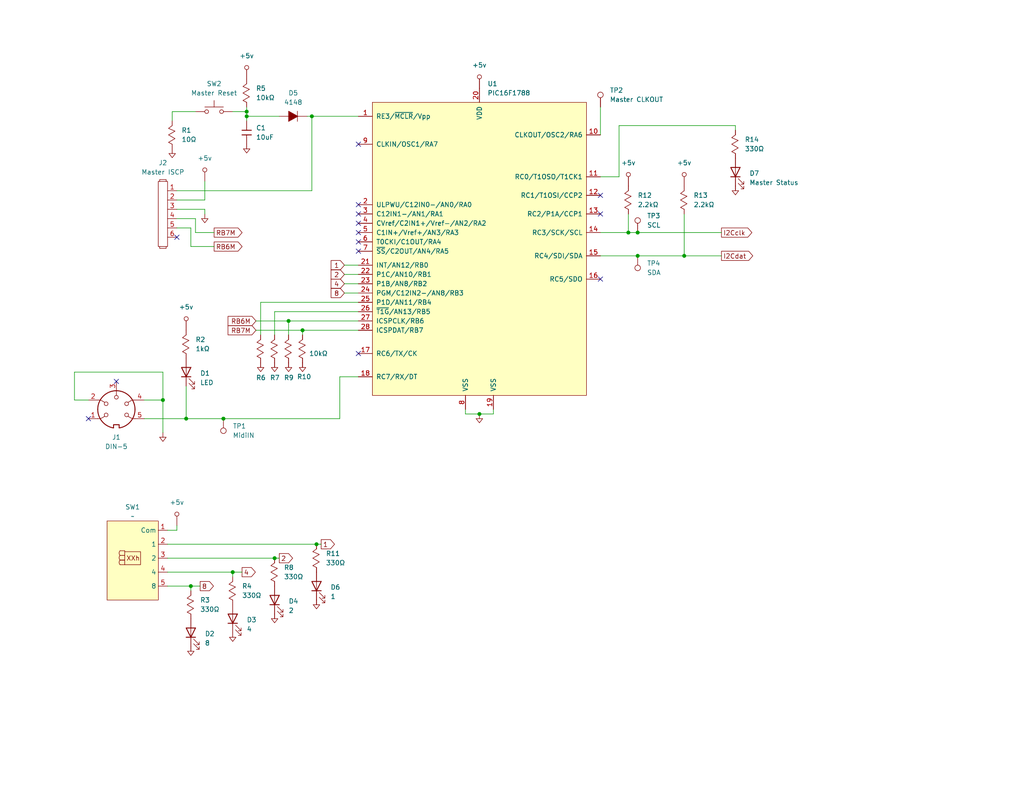
<source format=kicad_sch>
(kicad_sch (version 20250114) (generator "eeschema") (generator_version "9.0")
  (paper "A")
  (title_block (title "Master Schematic") (date "2024-12-10") (rev "A"))
  (lib_symbols
    (symbol "Connector:DIN-5" (pin_names (offset 1.016))
      (property "Reference" "J" (at 3.175 5.715 0))
      (property "Value" "DIN-5" (at 0 -6.35 0))
      (symbol "DIN-5_0_1"
        (polyline (pts (xy -5.08 2.54) (xy -4.318 2.54) (xy -3.175 1.905)))
        (polyline (pts (xy -5.08 -2.54) (xy -4.318 -2.54) (xy -3.175 -1.905)))
        (circle (center -2.794 1.524) (radius 0.508))
        (circle (center -2.794 -1.524) (radius 0.508))
        (polyline (pts (xy -0.762 -4.953) (xy -0.762 -4.191) (xy 0.762 -4.191) (xy 0.762 -4.953)) (stroke (width 0.254)))
        (arc (start 5.08 0) (mid 3.8673 -3.3444) (end 0.762 -5.08) (stroke (width 0.254)))
        (polyline (pts (xy 0 5.08) (xy 0 3.81)))
        (circle (center 0 3.302) (radius 0.508))
        (arc (start -5.08 0) (mid 0 5.0579) (end 5.08 0) (stroke (width 0.254)))
        (arc (start -0.762 -5.08) (mid -3.8597 -3.3379) (end -5.08 0) (stroke (width 0.254)))
        (circle (center 2.794 1.524) (radius 0.508))
        (circle (center 2.794 -1.524) (radius 0.508))
        (polyline (pts (xy 5.08 2.54) (xy 4.318 2.54) (xy 3.175 1.905)))
        (polyline (pts (xy 5.08 -2.54) (xy 4.318 -2.54) (xy 3.175 -1.905)))
      )
      (symbol "DIN-5_1_1"
        (pin passive line (at -7.62 2.54 0) (length 2.54) (name "~") (number "2"))
        (pin passive line (at -7.62 -2.54 0) (length 2.54) (name "~") (number "1"))
        (pin passive line (at 0 7.62 270) (length 2.54) (name "~") (number "3"))
        (pin passive line (at 7.62 2.54 180) (length 2.54) (name "~") (number "4"))
        (pin passive line (at 7.62 -2.54 180) (length 2.54) (name "~") (number "5"))
      )
    )
    (symbol "Connector:TestPoint" (pin_numbers (hide yes)) (pin_names (offset 0.762) (hide yes))
      (property "Reference" "TP" (at 0 6.858 0))
      (property "Value" "TestPoint" (at 0 5.08 0))
      (symbol "TestPoint_0_1"
        (circle (center 0 3.302) (radius 0.762))
      )
      (symbol "TestPoint_1_1"
        (pin passive line (at 0 0 90) (length 2.54) (name "1") (number "1"))
      )
    )
    (symbol "Custom Power:+5v" (power) (pin_numbers (hide yes)) (pin_names (hide yes)) (in_bom no) (on_board no)
      (property "Value" "+5v" (at 0 3.81 0))
      (symbol "+5v_0_1"
        (circle (center 0 1.8796) (radius 0.5611))
      )
      (symbol "+5v_1_1"
        (pin power_in line (at 0 -1.27 90) (length 2.54) (name "+5v") (number ""))
      )
    )
    (symbol "Custom Power:GND" (power) (pin_numbers (hide yes)) (pin_names (hide yes)) (in_bom no) (on_board no)
      (symbol "GND_0_1"
        (polyline (pts (xy -0.889 -1.27) (xy 0.889 -1.27) (xy 0 -2.413) (xy -0.889 -1.27)))
      )
      (symbol "GND_1_1"
        (pin power_in line (at 0 0 270) (length 1.27) (name "GND") (number "~"))
      )
    )
    (symbol "Device:LED" (pin_numbers (hide yes)) (pin_names (offset 1.016) (hide yes))
      (property "Reference" "D" (at 0 2.54 0))
      (property "Value" "LED" (at 0 -2.54 0))
      (symbol "LED_0_1"
        (polyline (pts (xy -3.048 -0.762) (xy -4.572 -2.286) (xy -3.81 -2.286) (xy -4.572 -2.286) (xy -4.572 -1.524)))
        (polyline (pts (xy -1.778 -0.762) (xy -3.302 -2.286) (xy -2.54 -2.286) (xy -3.302 -2.286) (xy -3.302 -1.524)))
        (polyline (pts (xy -1.27 0) (xy 1.27 0)))
        (polyline (pts (xy -1.27 -1.27) (xy -1.27 1.27)) (stroke (width 0.254)))
        (polyline (pts (xy 1.27 -1.27) (xy 1.27 1.27) (xy -1.27 0) (xy 1.27 -1.27)) (stroke (width 0.254)))
      )
      (symbol "LED_1_1"
        (pin passive line (at -3.81 0 0) (length 2.54) (name "K") (number "1"))
        (pin passive line (at 3.81 0 180) (length 2.54) (name "A") (number "2"))
      )
    )
    (symbol "Owen's Symbols:Capacitor" (pin_numbers (hide yes)) (pin_names (hide yes))
      (property "Reference" "C" (at 2.54 0 0))
      (property "Value" "?" (at 2.54 -2.54 0))
      (symbol "Capacitor_1_1"
        (polyline (pts (xy -1.27 -2.54) (xy 1.27 -2.54)) (stroke (width 0.254)))
        (polyline (pts (xy -1.27 -3.81) (xy 1.27 -3.81)) (stroke (width 0.254)))
        (pin passive line (at 0 0 270) (length 2.54) (name "1") (number "1"))
        (pin passive line (at 0 -6.35 90) (length 2.54) (name "2") (number "2"))
      )
    )
    (symbol "Owen's Symbols:Diode" (pin_numbers (hide yes)) (pin_names (hide yes))
      (property "Reference" "D" (at 3.81 -1.27 0))
      (property "Value" "Vz" (at 3.81 -3.81 0))
      (symbol "Diode_0_1"
        (polyline (pts (xy -1.397 -4.953) (xy 1.397 -4.953) (xy 1.397 -4.953)))
      )
      (symbol "Diode_1_1"
        (polyline (pts (xy -1.397 -2.54) (xy 1.397 -2.54) (xy 0 -5.08) (xy -1.397 -2.54)) (fill (type outline)))
        (pin passive line (at 0 0 270) (length 2.54) (name "2") (number "2"))
        (pin passive line (at 0 -7.62 90) (length 2.54) (name "1") (number "1"))
      )
    )
    (symbol "Owen's Symbols:Header_1x6" (pin_names (hide yes))
      (property "Reference" "J" (at -8.89 -3.81 0))
      (property "Value" "?" (at -8.89 -6.35 0))
      (symbol "Header_1x6_0_1"
        (rectangle (start -5.08 2.54) (end -2.54 -15.24))
        (polyline (pts (xy -4.699 2.54) (xy -4.699 3.048) (xy -2.921 3.048) (xy -2.921 2.54)))
        (polyline (pts (xy -4.699 -15.24) (xy -4.699 -15.748) (xy -2.921 -15.748) (xy -2.921 -15.24)))
      )
      (symbol "Header_1x6_1_1"
        (pin passive line (at 0 0 180) (length 2.54) (name "1") (number "1"))
        (pin passive line (at 0 -2.54 180) (length 2.54) (name "2") (number "2"))
        (pin passive line (at 0 -5.08 180) (length 2.54) (name "3") (number "3"))
        (pin passive line (at 0 -7.62 180) (length 2.54) (name "4") (number "4"))
        (pin passive line (at 0 -10.16 180) (length 2.54) (name "5") (number "5"))
        (pin passive line (at 0 -12.7 180) (length 2.54) (name "6") (number "6"))
      )
    )
    (symbol "Owen's Symbols:Hex_Rotary_Switch"
      (property "Reference" "SW" (at 0 1.016 0))
      (symbol "Hex_Rotary_Switch_1_1"
        (rectangle (start 0 0) (end 13.97 -21.59) (fill (type background)))
        (polyline (pts (xy 3.556 -8.128) (xy 4.826 -8.128)))
        (polyline (pts (xy 3.556 -9.398) (xy 4.826 -9.398)))
        (polyline (pts (xy 3.556 -9.398) (xy 4.826 -9.398)))
        (polyline (pts (xy 3.556 -10.668) (xy 4.826 -10.668)))
        (polyline (pts (xy 3.556 -10.668) (xy 4.826 -10.668)))
        (polyline (pts (xy 3.556 -11.938) (xy 4.826 -11.938)))
        (arc (start 3.556 -9.398) (mid 3.293 -8.763) (end 3.556 -8.128))
        (arc (start 3.556 -10.668) (mid 3.293 -10.033) (end 3.556 -9.398))
        (arc (start 3.556 -11.938) (mid 3.293 -11.303) (end 3.556 -10.668))
        (polyline (pts (xy 4.826 -8.128) (xy 4.826 -11.938) (xy 9.144 -11.938) (xy 9.144 -8.382) (xy 4.826 -8.382) (xy 4.826 -8.89)))
        (text "XXh" (at 7.112 -10.16 0) (effects (font (size 1.27 1.27))))
        (pin passive line (at 16.51 -2.54 180) (length 2.54) (name "Com") (number "1"))
        (pin passive line (at 16.51 -6.35 180) (length 2.54) (name "1") (number "2"))
        (pin passive line (at 16.51 -10.16 180) (length 2.54) (name "2") (number "3"))
        (pin passive line (at 16.51 -13.97 180) (length 2.54) (name "4") (number "4"))
        (pin passive line (at 16.51 -17.78 180) (length 2.54) (name "8") (number "5"))
      )
    )
    (symbol "Owen's Symbols:PIC16F1788" (pin_names (offset 1.016))
      (property "Reference" "U" (at 13.97 27.94 0))
      (property "Value" "PIC16F1788" (at 13.97 25.4 0))
      (symbol "PIC16F1788_0_1"
        (rectangle (start -29.21 24.13) (end 29.21 -24.13) (stroke (width 0.254)) (fill (type background)))
      )
      (symbol "PIC16F1788_1_1"
        (pin bidirectional line (at -33.02 20.32 0) (length 3.81) (name "RE3/~{MCLR}/Vpp") (number "1"))
        (pin bidirectional line (at -33.02 13.97 0) (length 3.81) (name "ICSPCLK/RB6") (number "27"))
        (pin bidirectional line (at -33.02 6.35 0) (length 3.81) (name "ICSPDAT/RB7") (number "28"))
        (pin bidirectional line (at -33.02 -2.54 0) (length 3.81) (name "RC0/T1OSO/T1CK1") (number "11"))
        (pin bidirectional line (at -33.02 -5.08 0) (length 3.81) (name "RC1/T1OSI/CCP2") (number "12"))
        (pin bidirectional line (at -33.02 -7.62 0) (length 3.81) (name "RC2/P1A/CCP1") (number "13"))
        (pin bidirectional line (at -33.02 -10.16 0) (length 3.81) (name "RC3/SCK/SCL") (number "14"))
        (pin bidirectional line (at -33.02 -12.7 0) (length 3.81) (name "RC4/SDI/SDA") (number "15"))
        (pin bidirectional line (at -33.02 -15.24 0) (length 3.81) (name "RC5/SDO") (number "16"))
        (pin bidirectional line (at -33.02 -17.78 0) (length 3.81) (name "RC6/TX/CK") (number "17"))
        (pin bidirectional line (at -33.02 -20.32 0) (length 3.81) (name "RC7/RX/DT") (number "18"))
        (pin power_in line (at 0 27.94 270) (length 3.81) (name "VDD") (number "20"))
        (pin power_in line (at 0 -27.94 90) (length 3.81) (name "VSS") (number "8"))
        (pin power_in line (at 2.54 -27.94 90) (length 3.81) (name "VSS") (number "19"))
        (pin bidirectional line (at 33.02 20.32 180) (length 3.81) (name "ULPWU/C12IN0-/AN0/RA0") (number "2"))
        (pin bidirectional line (at 33.02 17.78 180) (length 3.81) (name "C12IN1-/AN1/RA1") (number "3"))
        (pin bidirectional line (at 33.02 15.24 180) (length 3.81) (name "CVref/C2IN1+/Vref-/AN2/RA2") (number "4"))
        (pin bidirectional line (at 33.02 12.7 180) (length 3.81) (name "C1IN+/Vref+/AN3/RA3") (number "5"))
        (pin bidirectional line (at 33.02 10.16 180) (length 3.81) (name "T0CKI/C1OUT/RA4") (number "6"))
        (pin bidirectional line (at 33.02 7.62 180) (length 3.81) (name "~{SS}/C2OUT/AN4/RA5") (number "7"))
        (pin bidirectional line (at 33.02 5.08 180) (length 3.81) (name "CLKOUT/OSC2/RA6") (number "10"))
        (pin input line (at 33.02 2.54 180) (length 3.81) (name "CLKIN/OSC1/RA7") (number "9"))
        (pin bidirectional line (at 33.02 -2.54 180) (length 3.81) (name "CCP1/INT/AN12/RB0") (number "21"))
        (pin bidirectional line (at 33.02 -5.08 180) (length 3.81) (name "P1C/AN10/RB1") (number "22"))
        (pin bidirectional line (at 33.02 -7.62 180) (length 3.81) (name "P1B/AN8/RB2") (number "23"))
        (pin bidirectional line (at 33.02 -10.16 180) (length 3.81) (name "CCP2/C12IN2-/AN8/RB3") (number "24"))
        (pin bidirectional line (at 33.02 -12.7 180) (length 3.81) (name "P1D/AN11/RB4") (number "25"))
        (pin bidirectional line (at 33.02 -15.24 180) (length 3.81) (name "CCP3/~{T1G}/AN13/RB5") (number "26"))
      )
      (symbol "PIC16F1788_1_2"
        (rectangle (start -29.21 24.13) (end 29.21 -55.88) (fill (type background)))
        (pin bidirectional line (at -33.02 20.32 0) (length 3.81) (name "RE3/~{MCLR}/Vpp") (number "1"))
        (pin input line (at -33.02 12.7 0) (length 3.81) (name "CLKIN/OSC1/RA7") (number "9"))
        (pin bidirectional line (at -33.02 -3.81 0) (length 3.81) (name "ULPWU/C12IN0-/AN0/RA0") (number "2"))
        (pin bidirectional line (at -33.02 -6.35 0) (length 3.81) (name "C12IN1-/AN1/RA1") (number "3"))
        (pin bidirectional line (at -33.02 -8.89 0) (length 3.81) (name "CVref/C2IN1+/Vref-/AN2/RA2") (number "4"))
        (pin bidirectional line (at -33.02 -11.43 0) (length 3.81) (name "C1IN+/Vref+/AN3/RA3") (number "5"))
        (pin bidirectional line (at -33.02 -13.97 0) (length 3.81) (name "T0CKI/C1OUT/RA4") (number "6"))
        (pin bidirectional line (at -33.02 -16.51 0) (length 3.81) (name "~{SS}/C2OUT/AN4/RA5") (number "7"))
        (pin bidirectional line (at -33.02 -20.32 0) (length 3.81) (name "INT/AN12/RB0") (number "21"))
        (pin bidirectional line (at -33.02 -22.86 0) (length 3.81) (name "P1C/AN10/RB1") (number "22"))
        (pin bidirectional line (at -33.02 -25.4 0) (length 3.81) (name "P1B/AN8/RB2") (number "23"))
        (pin bidirectional line (at -33.02 -27.94 0) (length 3.81) (name "PGM/C12IN2-/AN8/RB3") (number "24"))
        (pin bidirectional line (at -33.02 -30.48 0) (length 3.81) (name "P1D/AN11/RB4") (number "25"))
        (pin bidirectional line (at -33.02 -33.02 0) (length 3.81) (name "~{T1G}/AN13/RB5") (number "26"))
        (pin bidirectional line (at -33.02 -35.56 0) (length 3.81) (name "ICSPCLK/RB6") (number "27"))
        (pin bidirectional line (at -33.02 -38.1 0) (length 3.81) (name "ICSPDAT/RB7") (number "28"))
        (pin bidirectional line (at -33.02 -44.45 0) (length 3.81) (name "RC6/TX/CK") (number "17"))
        (pin bidirectional line (at -33.02 -50.8 0) (length 3.81) (name "RC7/RX/DT") (number "18"))
        (pin power_in line (at -3.81 -59.69 90) (length 3.81) (name "VSS") (number "8"))
        (pin power_in line (at 0 27.94 270) (length 3.81) (name "VDD") (number "20"))
        (pin power_in line (at 3.81 -59.69 90) (length 3.81) (name "VSS") (number "19"))
        (pin bidirectional line (at 33.02 15.24 180) (length 3.81) (name "CLKOUT/OSC2/RA6") (number "10"))
        (pin bidirectional line (at 33.02 3.81 180) (length 3.81) (name "RC0/T1OSO/T1CK1") (number "11"))
        (pin bidirectional line (at 33.02 -1.27 180) (length 3.81) (name "RC1/T1OSI/CCP2") (number "12"))
        (pin bidirectional line (at 33.02 -6.35 180) (length 3.81) (name "RC2/P1A/CCP1") (number "13"))
        (pin bidirectional line (at 33.02 -11.43 180) (length 3.81) (name "RC3/SCK/SCL") (number "14"))
        (pin bidirectional line (at 33.02 -17.78 180) (length 3.81) (name "RC4/SDI/SDA") (number "15"))
        (pin bidirectional line (at 33.02 -24.13 180) (length 3.81) (name "RC5/SDO") (number "16"))
      )
    )
    (symbol "Owen's Symbols:Resistor_Mod" (pin_numbers (hide yes)) (pin_names (offset 0) (hide yes))
      (property "Reference" "R" (at 0 4.318 0))
      (property "Value" "ValueΩ" (at 0 2.54 0))
      (symbol "Resistor_Mod_0_1"
        (polyline (pts (xy -2.54 0) (xy -2.032 1.016) (xy -1.016 -0.762) (xy 0 1.016) (xy 1.016 -0.762) (xy 1.778 1.016) (xy 2.54 0)))
      )
      (symbol "Resistor_Mod_1_1"
        (pin passive line (at -3.81 0 0) (length 1.27) (name "1") (number "1"))
        (pin passive line (at 3.81 0 180) (length 1.27) (name "2") (number "2"))
      )
    )
    (symbol "Switch:SW_Push" (pin_numbers (hide yes)) (pin_names (offset 1.016) (hide yes))
      (property "Reference" "SW" (at 1.27 2.54 0))
      (property "Value" "SW_Push" (at 0 -1.524 0))
      (symbol "SW_Push_0_1"
        (circle (center -2.032 0) (radius 0.508))
        (polyline (pts (xy 0 1.27) (xy 0 3.048)))
        (circle (center 2.032 0) (radius 0.508))
        (polyline (pts (xy 2.54 1.27) (xy -2.54 1.27)))
        (pin passive line (at -5.08 0 0) (length 2.54) (name "1") (number "1"))
        (pin passive line (at 5.08 0 180) (length 2.54) (name "2") (number "2"))
      )
    )
  )
  (junction (at 44.45 109.22))
  (junction (at 78.74 87.63))
  (junction (at 63.5 156.21))
  (junction (at 173.99 63.5))
  (junction (at 74.93 152.4))
  (junction (at 52.07 160.02))
  (junction (at 85.09 31.75))
  (junction (at 82.55 90.17))
  (junction (at 67.31 30.48))
  (junction (at 130.81 113.03))
  (junction (at 50.8 114.3))
  (junction (at 67.31 31.75))
  (junction (at 186.69 69.85))
  (junction (at 60.96 114.3))
  (junction (at 86.36 148.59))
  (junction (at 173.99 69.85))
  (junction (at 171.45 63.5))
  (no_connect (at 31.75 104.14))
  (no_connect (at 97.79 55.88))
  (no_connect (at 97.79 63.5))
  (no_connect (at 48.26 64.77))
  (no_connect (at 97.79 68.58))
  (no_connect (at 97.79 96.52))
  (no_connect (at 24.13 114.3))
  (no_connect (at 97.79 58.42))
  (no_connect (at 163.83 53.34))
  (no_connect (at 163.83 76.2))
  (no_connect (at 97.79 66.04))
  (no_connect (at 163.83 58.42))
  (no_connect (at 97.79 60.96))
  (no_connect (at 97.79 39.37))
  (wire (pts (xy 171.45 58.42) (xy 171.45 63.5)))
  (wire (pts (xy 93.98 74.93) (xy 97.79 74.93)))
  (wire (pts (xy 168.91 48.26) (xy 168.91 34.29)))
  (wire (pts (xy 71.12 82.55) (xy 97.79 82.55)))
  (wire (pts (xy 45.72 160.02) (xy 52.07 160.02)))
  (wire (pts (xy 44.45 101.6) (xy 44.45 109.22)))
  (wire (pts (xy 186.69 69.85) (xy 186.69 58.42)))
  (wire (pts (xy 92.71 114.3) (xy 92.71 102.87)))
  (wire (pts (xy 67.31 31.75) (xy 67.31 33.02)))
  (wire (pts (xy 45.72 152.4) (xy 74.93 152.4)))
  (wire (pts (xy 92.71 102.87) (xy 97.79 102.87)))
  (wire (pts (xy 48.26 52.07) (xy 85.09 52.07)))
  (wire (pts (xy 86.36 148.59) (xy 87.63 148.59)))
  (wire (pts (xy 45.72 156.21) (xy 63.5 156.21)))
  (wire (pts (xy 127 111.76) (xy 127 113.03)))
  (wire (pts (xy 20.32 101.6) (xy 44.45 101.6)))
  (wire (pts (xy 186.69 69.85) (xy 196.85 69.85)))
  (wire (pts (xy 60.96 114.3) (xy 92.71 114.3)))
  (wire (pts (xy 74.93 152.4) (xy 76.2 152.4)))
  (wire (pts (xy 196.85 63.5) (xy 173.99 63.5)))
  (wire (pts (xy 48.26 57.15) (xy 55.88 57.15)))
  (wire (pts (xy 52.07 67.31) (xy 52.07 62.23)))
  (wire (pts (xy 82.55 91.44) (xy 82.55 90.17)))
  (wire (pts (xy 78.74 87.63) (xy 97.79 87.63)))
  (wire (pts (xy 67.31 30.48) (xy 67.31 29.21)))
  (wire (pts (xy 52.07 160.02) (xy 52.07 161.29)))
  (wire (pts (xy 63.5 30.48) (xy 67.31 30.48)))
  (wire (pts (xy 39.37 114.3) (xy 50.8 114.3)))
  (wire (pts (xy 85.09 31.75) (xy 97.79 31.75)))
  (wire (pts (xy 173.99 69.85) (xy 186.69 69.85)))
  (wire (pts (xy 44.45 118.11) (xy 44.45 109.22)))
  (wire (pts (xy 69.85 87.63) (xy 78.74 87.63)))
  (wire (pts (xy 82.55 90.17) (xy 97.79 90.17)))
  (wire (pts (xy 58.42 67.31) (xy 52.07 67.31)))
  (wire (pts (xy 50.8 105.41) (xy 50.8 114.3)))
  (wire (pts (xy 74.93 85.09) (xy 74.93 91.44)))
  (wire (pts (xy 97.79 85.09) (xy 74.93 85.09)))
  (wire (pts (xy 48.26 54.61) (xy 55.88 54.61)))
  (wire (pts (xy 93.98 77.47) (xy 97.79 77.47)))
  (wire (pts (xy 171.45 63.5) (xy 163.83 63.5)))
  (wire (pts (xy 53.34 59.69) (xy 53.34 63.5)))
  (wire (pts (xy 63.5 156.21) (xy 63.5 157.48)))
  (wire (pts (xy 93.98 72.39) (xy 97.79 72.39)))
  (wire (pts (xy 55.88 54.61) (xy 55.88 49.53)))
  (wire (pts (xy 168.91 34.29) (xy 200.66 34.29)))
  (wire (pts (xy 83.82 31.75) (xy 85.09 31.75)))
  (wire (pts (xy 46.99 33.02) (xy 46.99 30.48)))
  (wire (pts (xy 63.5 156.21) (xy 66.04 156.21)))
  (wire (pts (xy 48.26 144.78) (xy 48.26 143.51)))
  (wire (pts (xy 20.32 109.22) (xy 20.32 101.6)))
  (wire (pts (xy 45.72 148.59) (xy 86.36 148.59)))
  (wire (pts (xy 67.31 31.75) (xy 67.31 30.48)))
  (wire (pts (xy 163.83 69.85) (xy 173.99 69.85)))
  (wire (pts (xy 24.13 109.22) (xy 20.32 109.22)))
  (wire (pts (xy 53.34 63.5) (xy 58.42 63.5)))
  (wire (pts (xy 52.07 160.02) (xy 54.61 160.02)))
  (wire (pts (xy 93.98 80.01) (xy 97.79 80.01)))
  (wire (pts (xy 85.09 52.07) (xy 85.09 31.75)))
  (wire (pts (xy 45.72 144.78) (xy 48.26 144.78)))
  (wire (pts (xy 44.45 109.22) (xy 39.37 109.22)))
  (wire (pts (xy 78.74 87.63) (xy 78.74 91.44)))
  (wire (pts (xy 127 113.03) (xy 130.81 113.03)))
  (wire (pts (xy 46.99 30.48) (xy 53.34 30.48)))
  (wire (pts (xy 52.07 62.23) (xy 48.26 62.23)))
  (wire (pts (xy 76.2 31.75) (xy 67.31 31.75)))
  (wire (pts (xy 69.85 90.17) (xy 82.55 90.17)))
  (wire (pts (xy 48.26 59.69) (xy 53.34 59.69)))
  (wire (pts (xy 200.66 34.29) (xy 200.66 35.56)))
  (wire (pts (xy 50.8 114.3) (xy 60.96 114.3)))
  (wire (pts (xy 173.99 63.5) (xy 171.45 63.5)))
  (wire (pts (xy 55.88 57.15) (xy 55.88 58.42)))
  (wire (pts (xy 134.62 113.03) (xy 134.62 111.76)))
  (wire (pts (xy 71.12 82.55) (xy 71.12 91.44)))
  (wire (pts (xy 163.83 29.21) (xy 163.83 36.83)))
  (wire (pts (xy 130.81 113.03) (xy 134.62 113.03)))
  (wire (pts (xy 163.83 48.26) (xy 168.91 48.26)))
  (global_label "RB6M" (shape output) (at 58.42 67.31 0) (property "Intersheetrefs" "${INTERSHEET_REFS}" (effects (hide yes))))
  (global_label "RB7M" (shape input) (at 69.85 90.17 180) (property "Intersheetrefs" "${INTERSHEET_REFS}" (effects (hide yes))))
  (global_label "4" (shape input) (at 93.98 77.47 180) (property "Intersheetrefs" "${INTERSHEET_REFS}" (effects (hide yes))))
  (global_label "8" (shape input) (at 93.98 80.01 180) (property "Intersheetrefs" "${INTERSHEET_REFS}" (effects (hide yes))))
  (global_label "I2Cdat" (shape output) (at 196.85 69.85 0) (property "Intersheetrefs" "${INTERSHEET_REFS}" (effects (hide yes))))
  (global_label "1" (shape output) (at 87.63 148.59 0) (property "Intersheetrefs" "${INTERSHEET_REFS}" (effects (hide yes))))
  (global_label "2" (shape output) (at 76.2 152.4 0) (property "Intersheetrefs" "${INTERSHEET_REFS}" (effects (hide yes))))
  (global_label "8" (shape output) (at 54.61 160.02 0) (property "Intersheetrefs" "${INTERSHEET_REFS}" (effects (hide yes))))
  (global_label "4" (shape output) (at 66.04 156.21 0) (property "Intersheetrefs" "${INTERSHEET_REFS}" (effects (hide yes))))
  (global_label "RB7M" (shape output) (at 58.42 63.5 0) (property "Intersheetrefs" "${INTERSHEET_REFS}" (effects (hide yes))))
  (global_label "2" (shape input) (at 93.98 74.93 180) (property "Intersheetrefs" "${INTERSHEET_REFS}" (effects (hide yes))))
  (global_label "I2Cclk" (shape output) (at 196.85 63.5 0) (property "Intersheetrefs" "${INTERSHEET_REFS}" (effects (hide yes))))
  (global_label "1" (shape input) (at 93.98 72.39 180) (property "Intersheetrefs" "${INTERSHEET_REFS}" (effects (hide yes))))
  (global_label "RB6M" (shape input) (at 69.85 87.63 180) (property "Intersheetrefs" "${INTERSHEET_REFS}" (effects (hide yes))))
  (symbol (lib_id "Connector:TestPoint") (at 173.99 69.85 180) (unit 1)
    (property "Reference" "TP4" (at 176.53 71.8819 0) (effects (justify right)))
    (property "Value" "SDA" (at 176.53 74.4219 0) (effects (justify right)))
    (property "Footprint" "Connector_PinHeConnector_PinHeader_2.54mm:PinHeader_1x01_P2.54mm_Verticalader_2.54mm:PinHeader_1x01_P2.54mm_Vertical" (effects (hide yes)))
    (property "Description" "test point" (effects (hide yes)))
  )
  (symbol (lib_id "Owen's Symbols:Hex_Rotary_Switch") (at 29.21 142.24 0) (unit 1)
    (property "Reference" "SW1" (at 36.195 138.43 0))
    (property "Value" "~" (at 36.195 140.97 0))
    (property "Footprint" "Connector_PinHeader_2.54mm:PinHeader_1x05_P2.54mm_Vertical" (effects (hide yes)))
  )
  (symbol (lib_id "Owen's Symbols:Resistor_Mod") (at 71.12 95.25 90) (unit 1)
    (property "Reference" "R6" (at 69.85 103.124 90) (effects (justify right)))
    (property "Value" "10kΩ" (effects (hide yes)))
    (property "Footprint" "Resistor_SMD:R_0805_2012Metric_Pad1.20x1.40mm_HandSolder" (effects (hide yes)))
  )
  (symbol (lib_id "Owen's Symbols:Resistor_Mod") (at 52.07 165.1 90) (unit 1)
    (property "Reference" "R3" (at 54.61 163.8299 90) (effects (justify right)))
    (property "Value" "330Ω" (at 54.61 166.3699 90) (effects (justify right)))
    (property "Footprint" "Resistor_SMD:R_0805_2012Metric_Pad1.20x1.40mm_HandSolder" (effects (hide yes)))
  )
  (symbol (lib_id "Custom Power:+5v") (at 48.26 142.24 0) (unit 1) (in_bom no) (on_board no)
    (property "Reference" "#PWR03" (effects (hide yes)))
    (property "Value" "+5v" (at 48.26 137.16 0))
  )
  (symbol (lib_id "Custom Power:+5v") (at 186.69 49.53 0) (unit 1) (in_bom no) (on_board no)
    (property "Reference" "#PWR020" (effects (hide yes)))
    (property "Value" "+5v" (at 186.69 44.45 0))
  )
  (symbol (lib_id "Owen's Symbols:Resistor_Mod") (at 74.93 95.25 90) (unit 1)
    (property "Reference" "R7" (at 73.66 103.124 90) (effects (justify right)))
    (property "Value" "10kΩ" (effects (hide yes)))
    (property "Footprint" "Resistor_SMD:R_0805_2012Metric_Pad1.20x1.40mm_HandSolder" (effects (hide yes)))
  )
  (symbol (lib_id "Owen's Symbols:Resistor_Mod") (at 86.36 152.4 90) (unit 1)
    (property "Reference" "R11" (at 88.9 151.1299 90) (effects (justify right)))
    (property "Value" "330Ω" (at 88.9 153.6699 90) (effects (justify right)))
    (property "Footprint" "Resistor_SMD:R_0805_2012Metric_Pad1.20x1.40mm_HandSolder" (effects (hide yes)))
  )
  (symbol (lib_id "Custom Power:GND") (at 130.81 113.03 0) (unit 1) (in_bom no) (on_board no)
    (property "Reference" "#PWR018" (effects (hide yes)))
    (property "Value" "GND" (effects (hide yes)))
  )
  (symbol (lib_id "Device:LED") (at 50.8 101.6 90) (unit 1)
    (property "Reference" "D1" (at 54.61 101.9174 90) (effects (justify right)))
    (property "Value" "LED" (at 54.61 104.4574 90) (effects (justify right)))
    (property "Footprint" "Diode_SMD:D_0805_2012Metric_Pad1.15x1.40mm_HandSolder" (effects (hide yes)))
    (property "Description" "Light emitting diode" (effects (hide yes)))
  )
  (symbol (lib_id "Custom Power:+5v") (at 67.31 20.32 0) (unit 1) (in_bom no) (on_board no)
    (property "Reference" "#PWR09" (effects (hide yes)))
    (property "Value" "+5v" (at 67.31 15.24 0))
  )
  (symbol (lib_id "Custom Power:GND") (at 78.74 99.06 0) (unit 1) (in_bom no) (on_board no)
    (property "Reference" "#PWR014" (effects (hide yes)))
    (property "Value" "GND" (effects (hide yes)))
  )
  (symbol (lib_id "Connector:TestPoint") (at 163.83 29.21 0) (unit 1)
    (property "Reference" "TP2" (at 166.37 24.6379 0) (effects (justify left)))
    (property "Value" "Master CLKOUT" (at 166.37 27.1779 0) (effects (justify left)))
    (property "Footprint" "Connector_PinHeader_2.54mm:PinHeader_1x01_P2.54mm_Vertical" (effects (hide yes)))
    (property "Description" "test point" (effects (hide yes)))
  )
  (symbol (lib_id "Owen's Symbols:Diode") (at 76.2 31.75 90) (unit 1)
    (property "Reference" "D5" (at 80.01 25.4 90))
    (property "Value" "4148" (at 80.01 27.94 90))
    (property "Footprint" "Diode_SMD:D_0805_2012Metric_Pad1.15x1.40mm_HandSolder" (effects (hide yes)))
  )
  (symbol (lib_id "Custom Power:GND") (at 63.5 172.72 0) (unit 1) (in_bom no) (on_board no)
    (property "Reference" "#PWR08" (effects (hide yes)))
    (property "Value" "GND" (effects (hide yes)))
  )
  (symbol (lib_id "Device:LED") (at 200.66 46.99 90) (unit 1)
    (property "Reference" "D7" (at 204.47 47.3074 90) (effects (justify right)))
    (property "Value" "Master Status" (at 204.47 49.8474 90) (effects (justify right)))
    (property "Footprint" "Diode_SMD:D_0805_2012Metric_Pad1.15x1.40mm_HandSolder" (effects (hide yes)))
    (property "Description" "Light emitting diode" (effects (hide yes)))
  )
  (symbol (lib_id "Owen's Symbols:Resistor_Mod") (at 186.69 54.61 90) (unit 1)
    (property "Reference" "R13" (at 189.23 53.3399 90) (effects (justify right)))
    (property "Value" "2.2kΩ" (at 189.23 55.8799 90) (effects (justify right)))
    (property "Footprint" "Resistor_SMD:R_0805_2012Metric_Pad1.20x1.40mm_HandSolder" (effects (hide yes)))
  )
  (symbol (lib_id "Custom Power:GND") (at 52.07 176.53 0) (unit 1) (in_bom no) (on_board no)
    (property "Reference" "#PWR05" (effects (hide yes)))
    (property "Value" "GND" (effects (hide yes)))
  )
  (symbol (lib_id "Device:LED") (at 74.93 163.83 90) (unit 1)
    (property "Reference" "D4" (at 78.74 164.1474 90) (effects (justify right)))
    (property "Value" "2" (at 78.74 166.6874 90) (effects (justify right)))
    (property "Footprint" "Diode_SMD:D_0805_2012Metric_Pad1.15x1.40mm_HandSolder" (effects (hide yes)))
    (property "Description" "Light emitting diode" (effects (hide yes)))
  )
  (symbol (lib_id "Owen's Symbols:Capacitor") (at 67.31 33.02 0) (unit 1)
    (property "Reference" "C1" (at 69.85 34.9249 0) (effects (justify left)))
    (property "Value" "10uF" (at 69.85 37.4649 0) (effects (justify left)))
    (property "Footprint" "Capacitor_SMD:C_0805_2012Metric_Pad1.18x1.45mm_HandSolder" (effects (hide yes)))
  )
  (symbol (lib_id "Custom Power:GND") (at 55.88 58.42 0) (unit 1) (in_bom no) (on_board no)
    (property "Reference" "#PWR07" (effects (hide yes)))
    (property "Value" "GND" (effects (hide yes)))
  )
  (symbol (lib_id "Owen's Symbols:Resistor_Mod") (at 82.55 95.25 90) (unit 1)
    (property "Reference" "R10" (at 81.026 102.87 90) (effects (justify right)))
    (property "Value" "10kΩ" (at 84.328 96.52 90) (effects (justify right)))
    (property "Footprint" "Resistor_SMD:R_0805_2012Metric_Pad1.20x1.40mm_HandSolder" (effects (hide yes)))
  )
  (symbol (lib_id "Owen's Symbols:Resistor_Mod") (at 74.93 156.21 90) (unit 1)
    (property "Reference" "R8" (at 77.47 154.9399 90) (effects (justify right)))
    (property "Value" "330Ω" (at 77.47 157.4799 90) (effects (justify right)))
    (property "Footprint" "Resistor_SMD:R_0805_2012Metric_Pad1.20x1.40mm_HandSolder" (effects (hide yes)))
  )
  (symbol (lib_id "Owen's Symbols:PIC16F1788") (at 130.81 52.07 0) (unit 1) (convert 2)
    (property "Reference" "U1" (at 133.0041 22.86 0) (effects (justify left)))
    (property "Value" "PIC16F1788" (at 133.0041 25.4 0) (effects (justify left)))
    (property "Footprint" "OF footprints:SSOP-28" (effects (hide yes)))
    (property "Datasheet" "http://ww1.microchip.com/downloads/en/DeviceDoc/41291D.pdf" (effects (hide yes)))
    (property "Description" "4K Flash, 256B SRAM, 256B EEPROM, XLP, DIP28" (effects (hide yes)))
  )
  (symbol (lib_id "Custom Power:+5v") (at 171.45 49.53 0) (unit 1) (in_bom no) (on_board no)
    (property "Reference" "#PWR019" (effects (hide yes)))
    (property "Value" "+5v" (at 171.45 44.45 0))
  )
  (symbol (lib_id "Owen's Symbols:Resistor_Mod") (at 50.8 93.98 90) (unit 1)
    (property "Reference" "R2" (at 53.34 92.7099 90) (effects (justify right)))
    (property "Value" "1kΩ" (at 53.34 95.2499 90) (effects (justify right)))
    (property "Footprint" "Resistor_SMD:R_0805_2012Metric_Pad1.20x1.40mm_HandSolder" (effects (hide yes)))
  )
  (symbol (lib_id "Connector:TestPoint") (at 60.96 114.3 180) (unit 1)
    (property "Reference" "TP1" (at 63.5 116.3319 0) (effects (justify right)))
    (property "Value" "MidiIN" (at 63.5 118.8719 0) (effects (justify right)))
    (property "Footprint" "Connector_PinHeader_2.54mm:PinHeader_1x01_P2.54mm_Vertical" (effects (hide yes)))
    (property "Description" "test point" (effects (hide yes)))
  )
  (symbol (lib_id "Owen's Symbols:Resistor_Mod") (at 46.99 36.83 90) (unit 1)
    (property "Reference" "R1" (at 49.53 35.5599 90) (effects (justify right)))
    (property "Value" "10Ω" (at 49.53 38.0999 90) (effects (justify right)))
    (property "Footprint" "Resistor_SMD:R_0805_2012Metric_Pad1.20x1.40mm_HandSolder" (effects (hide yes)))
  )
  (symbol (lib_id "Connector:TestPoint") (at 173.99 63.5 0) (unit 1)
    (property "Reference" "TP3" (at 176.53 58.9279 0) (effects (justify left)))
    (property "Value" "SCL" (at 176.53 61.4679 0) (effects (justify left)))
    (property "Footprint" "Connector_PinHeader_2.54mm:PinHeader_1x01_P2.54mm_Vertical" (effects (hide yes)))
    (property "Description" "test point" (effects (hide yes)))
  )
  (symbol (lib_id "Custom Power:GND") (at 200.66 50.8 0) (unit 1) (in_bom no) (on_board no)
    (property "Reference" "#PWR021" (effects (hide yes)))
    (property "Value" "GND" (effects (hide yes)))
  )
  (symbol (lib_id "Device:LED") (at 52.07 172.72 90) (unit 1)
    (property "Reference" "D2" (at 55.88 173.0374 90) (effects (justify right)))
    (property "Value" "8" (at 55.88 175.5774 90) (effects (justify right)))
    (property "Footprint" "Diode_SMD:D_0805_2012Metric_Pad1.15x1.40mm_HandSolder" (effects (hide yes)))
    (property "Description" "Light emitting diode" (effects (hide yes)))
  )
  (symbol (lib_id "Device:LED") (at 86.36 160.02 90) (unit 1)
    (property "Reference" "D6" (at 90.17 160.3374 90) (effects (justify right)))
    (property "Value" "1" (at 90.17 162.8774 90) (effects (justify right)))
    (property "Footprint" "Diode_SMD:D_0805_2012Metric_Pad1.15x1.40mm_HandSolder" (effects (hide yes)))
    (property "Description" "Light emitting diode" (effects (hide yes)))
  )
  (symbol (lib_id "Owen's Symbols:Resistor_Mod") (at 67.31 25.4 90) (unit 1)
    (property "Reference" "R5" (at 69.85 24.1299 90) (effects (justify right)))
    (property "Value" "10kΩ" (at 69.85 26.6699 90) (effects (justify right)))
    (property "Footprint" "Resistor_SMD:R_0805_2012Metric_Pad1.20x1.40mm_HandSolder" (effects (hide yes)))
  )
  (symbol (lib_id "Owen's Symbols:Resistor_Mod") (at 63.5 161.29 90) (unit 1)
    (property "Reference" "R4" (at 66.04 160.0199 90) (effects (justify right)))
    (property "Value" "330Ω" (at 66.04 162.5599 90) (effects (justify right)))
    (property "Footprint" "Resistor_SMD:R_0805_2012Metric_Pad1.20x1.40mm_HandSolder" (effects (hide yes)))
  )
  (symbol (lib_id "Custom Power:GND") (at 71.12 99.06 0) (unit 1) (in_bom no) (on_board no)
    (property "Reference" "#PWR011" (effects (hide yes)))
    (property "Value" "GND" (effects (hide yes)))
  )
  (symbol (lib_id "Owen's Symbols:Resistor_Mod") (at 200.66 39.37 90) (unit 1)
    (property "Reference" "R14" (at 203.2 38.0999 90) (effects (justify right)))
    (property "Value" "330Ω" (at 203.2 40.6399 90) (effects (justify right)))
    (property "Footprint" "Resistor_SMD:R_0805_2012Metric_Pad1.20x1.40mm_HandSolder" (effects (hide yes)))
  )
  (symbol (lib_id "Device:LED") (at 63.5 168.91 90) (unit 1)
    (property "Reference" "D3" (at 67.31 169.2274 90) (effects (justify right)))
    (property "Value" "4" (at 67.31 171.7674 90) (effects (justify right)))
    (property "Footprint" "Diode_SMD:D_0805_2012Metric_Pad1.15x1.40mm_HandSolder" (effects (hide yes)))
    (property "Description" "Light emitting diode" (effects (hide yes)))
  )
  (symbol (lib_id "Custom Power:GND") (at 67.31 39.37 0) (unit 1) (in_bom no) (on_board no)
    (property "Reference" "#PWR010" (effects (hide yes)))
    (property "Value" "GND" (effects (hide yes)))
  )
  (symbol (lib_id "Custom Power:GND") (at 86.36 163.83 0) (unit 1) (in_bom no) (on_board no)
    (property "Reference" "#PWR016" (effects (hide yes)))
    (property "Value" "GND" (effects (hide yes)))
  )
  (symbol (lib_id "Switch:SW_Push") (at 58.42 30.48 0) (unit 1)
    (property "Reference" "SW2" (at 58.42 22.86 0))
    (property "Value" "Master Reset" (at 58.42 25.4 0))
    (property "Footprint" "Button_Switch_THT:SW_PUSH_6mm_H5mm" (effects (hide yes)))
    (property "Description" "Push button switch, generic, two pins" (effects (hide yes)))
  )
  (symbol (lib_id "Custom Power:+5v") (at 50.8 88.9 0) (unit 1) (in_bom no) (on_board no)
    (property "Reference" "#PWR04" (effects (hide yes)))
    (property "Value" "+5v" (at 50.8 83.82 0))
  )
  (symbol (lib_id "Custom Power:GND") (at 44.45 118.11 0) (unit 1) (in_bom no) (on_board no)
    (property "Reference" "#PWR01" (effects (hide yes)))
    (property "Value" "GND" (effects (hide yes)))
  )
  (symbol (lib_id "Connector:DIN-5") (at 31.75 111.76 0) (unit 1)
    (property "Reference" "J1" (at 31.7501 119.38 0))
    (property "Value" "DIN-5" (at 31.7501 121.92 0))
    (property "Footprint" "OF Footprints:Din_5 Connector" (effects (hide yes)))
    (property "Datasheet" "http://www.mouser.com/ds/2/18/40_c091_abd_e-75918.pdf" (effects (hide yes)))
    (property "Description" "5-pin DIN connector" (effects (hide yes)))
  )
  (symbol (lib_id "Custom Power:GND") (at 74.93 167.64 0) (unit 1) (in_bom no) (on_board no)
    (property "Reference" "#PWR013" (effects (hide yes)))
    (property "Value" "GND" (effects (hide yes)))
  )
  (symbol (lib_id "Owen's Symbols:Resistor_Mod") (at 78.74 95.25 90) (unit 1)
    (property "Reference" "R9" (at 77.47 103.124 90) (effects (justify right)))
    (property "Value" "10kΩ" (effects (hide yes)))
    (property "Footprint" "Resistor_SMD:R_0805_2012Metric_Pad1.20x1.40mm_HandSolder" (effects (hide yes)))
  )
  (symbol (lib_id "Custom Power:+5v") (at 130.81 22.86 0) (unit 1) (in_bom no) (on_board no)
    (property "Reference" "#PWR017" (effects (hide yes)))
    (property "Value" "+5v" (at 130.81 17.78 0))
  )
  (symbol (lib_id "Custom Power:GND") (at 82.55 99.06 0) (unit 1) (in_bom no) (on_board no)
    (property "Reference" "#PWR015" (effects (hide yes)))
    (property "Value" "GND" (effects (hide yes)))
  )
  (symbol (lib_id "Custom Power:GND") (at 74.93 99.06 0) (unit 1) (in_bom no) (on_board no)
    (property "Reference" "#PWR012" (effects (hide yes)))
    (property "Value" "GND" (effects (hide yes)))
  )
  (symbol (lib_id "Owen's Symbols:Header_1x6") (at 48.26 52.07 0) (unit 1)
    (property "Reference" "J2" (at 44.45 44.45 0))
    (property "Value" "Master ISCP" (at 44.45 46.99 0))
    (property "Footprint" "Connector_PinHeader_2.54mm:PinHeader_1x06_P2.54mm_Vertical" (effects (hide yes)))
  )
  (symbol (lib_id "Custom Power:GND") (at 46.99 40.64 0) (unit 1) (in_bom no) (on_board no)
    (property "Reference" "#PWR02" (effects (hide yes)))
    (property "Value" "GND" (effects (hide yes)))
  )
  (symbol (lib_id "Custom Power:+5v") (at 55.88 48.26 0) (unit 1) (in_bom no) (on_board no)
    (property "Reference" "#PWR06" (effects (hide yes)))
    (property "Value" "+5v" (at 55.88 43.18 0))
  )
  (symbol (lib_id "Owen's Symbols:Resistor_Mod") (at 171.45 54.61 90) (unit 1)
    (property "Reference" "R12" (at 173.99 53.3399 90) (effects (justify right)))
    (property "Value" "2.2kΩ" (at 173.99 55.8799 90) (effects (justify right)))
    (property "Footprint" "Resistor_SMD:R_0805_2012Metric_Pad1.20x1.40mm_HandSolder" (effects (hide yes)))
  )
)
</source>
